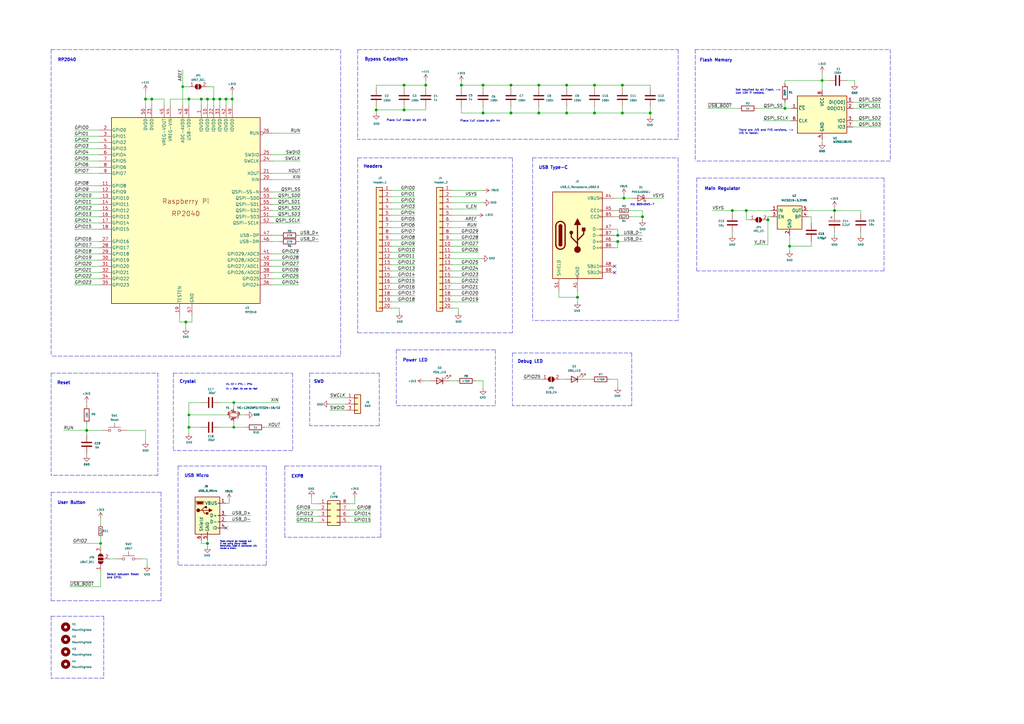
<source format=kicad_sch>
(kicad_sch (version 20211123) (generator eeschema)
  (paper "A3")
  (title_block (title "Mitayi Pico - Schematic") (date "2022-09-23") (rev "0.4") (company "CIRCUITSTATE Electronics LLP") (comment 1 "Designed by Vishnu Mohanan") (comment 2 "Copyright 2021-2022 CIRCUITSTATE Electronics LLP") (comment 3 "Released under MIT Open-source License"))
  (junction (at 220.98 34.925) (diameter 1.016))
  (junction (at 62.23 40.64) (diameter 1.016))
  (junction (at 77.47 175.26) (diameter 1.016))
  (junction (at 220.98 46.355) (diameter 1.016))
  (junction (at 209.55 46.355) (diameter 1.016))
  (junction (at 255.27 46.355) (diameter 1.016))
  (junction (at 243.84 46.355) (diameter 1.016))
  (junction (at 77.47 170.18))
  (junction (at 321.945 44.45) (diameter 1.016))
  (junction (at 76.2 132.08) (diameter 1.016))
  (junction (at 253.365 99.06) (diameter 1.016))
  (junction (at 189.23 34.925) (diameter 1.016))
  (junction (at 243.84 34.925) (diameter 1.016))
  (junction (at 95.25 40.64) (diameter 1.016))
  (junction (at 154.305 45.085) (diameter 1.016))
  (junction (at 198.12 46.355) (diameter 1.016))
  (junction (at 300.355 86.36) (diameter 1.016))
  (junction (at 232.41 34.925) (diameter 1.016))
  (junction (at 85.09 40.64) (diameter 1.016))
  (junction (at 253.365 96.52) (diameter 1.016))
  (junction (at 174.625 34.925) (diameter 1.016))
  (junction (at 165.735 34.925) (diameter 1.016))
  (junction (at 90.17 40.64) (diameter 1.016))
  (junction (at 35.56 176.53) (diameter 1.016))
  (junction (at 198.12 34.925) (diameter 1.016))
  (junction (at 74.93 35.56))
  (junction (at 92.71 40.64) (diameter 1.016))
  (junction (at 59.69 40.64) (diameter 1.016))
  (junction (at 87.63 40.64) (diameter 1.016))
  (junction (at 232.41 46.355) (diameter 1.016))
  (junction (at 255.905 81.28) (diameter 1.016))
  (junction (at 323.85 100.965) (diameter 1.016))
  (junction (at 77.47 40.64) (diameter 1.016))
  (junction (at 85.09 222.885) (diameter 1.016))
  (junction (at 255.27 34.925) (diameter 1.016))
  (junction (at 95.885 175.26))
  (junction (at 342.265 86.36) (diameter 1.016))
  (junction (at 337.185 33.02))
  (junction (at 82.55 40.64) (diameter 1.016))
  (junction (at 41.275 222.885))
  (junction (at 306.07 86.36) (diameter 1.016))
  (junction (at 314.96 90.17) (diameter 1.016))
  (junction (at 236.855 121.92) (diameter 1.016))
  (junction (at 209.55 34.925) (diameter 1.016))
  (junction (at 266.7 46.355) (diameter 1.016))
  (junction (at 165.735 45.085) (diameter 1.016))
  (junction (at 263.525 88.9) (diameter 1.016))
  (junction (at 95.885 165.1))
  (no_connect (at 92.71 216.535))
  (no_connect (at 252.095 109.22))
  (no_connect (at 252.095 111.76))
  (wire (pts (xy 111.76 73.66) (xy 123.19 73.66)))
  (wire (pts (xy 232.41 36.195) (xy 232.41 34.925)))
  (wire (pts (xy 30.48 83.82) (xy 40.64 83.82)))
  (wire (pts (xy 174.625 43.815) (xy 174.625 45.085)))
  (wire (pts (xy 174.625 45.085) (xy 165.735 45.085)))
  (wire (pts (xy 30.48 53.34) (xy 40.64 53.34)))
  (wire (pts (xy 160.655 88.265) (xy 170.18 88.265)))
  (wire (pts (xy 111.76 86.36) (xy 123.19 86.36)))
  (polyline (pts (xy 42.545 252.73) (xy 42.545 278.13)))
  (wire (pts (xy 160.655 113.665) (xy 170.18 113.665)))
  (wire (pts (xy 220.98 34.925) (xy 232.41 34.925)))
  (wire (pts (xy 196.215 123.825) (xy 185.42 123.825)))
  (wire (pts (xy 74.93 28.575) (xy 74.93 35.56)))
  (wire (pts (xy 185.42 85.725) (xy 195.58 85.725)))
  (polyline (pts (xy 20.955 201.93) (xy 20.955 246.38)))
  (wire (pts (xy 74.93 35.56) (xy 77.47 35.56)))
  (wire (pts (xy 255.27 46.355) (xy 266.7 46.355)))
  (polyline (pts (xy 278.13 64.77) (xy 278.13 131.445)))
  (wire (pts (xy 111.76 63.5) (xy 123.19 63.5)))
  (wire (pts (xy 160.655 80.645) (xy 170.18 80.645)))
  (wire (pts (xy 173.99 156.21) (xy 176.53 156.21)))
  (wire (pts (xy 337.185 29.845) (xy 337.185 33.02)))
  (polyline (pts (xy 365.125 20.32) (xy 365.125 66.04)))
  (wire (pts (xy 160.655 85.725) (xy 170.18 85.725)))
  (polyline (pts (xy 120.015 184.785) (xy 71.12 184.785)))
  (wire (pts (xy 185.42 83.185) (xy 198.12 83.185)))
  (wire (pts (xy 165.735 36.195) (xy 165.735 34.925)))
  (wire (pts (xy 59.69 37.465) (xy 59.69 40.64)))
  (wire (pts (xy 59.69 40.64) (xy 59.69 43.18)))
  (wire (pts (xy 82.55 175.26) (xy 77.47 175.26)))
  (wire (pts (xy 310.515 44.45) (xy 321.945 44.45)))
  (polyline (pts (xy 20.955 153.035) (xy 20.955 194.945)))
  (polyline (pts (xy 365.125 66.04) (xy 285.115 66.04)))
  (wire (pts (xy 30.48 111.76) (xy 40.64 111.76)))
  (wire (pts (xy 111.76 116.84) (xy 122.555 116.84)))
  (wire (pts (xy 111.76 111.76) (xy 122.555 111.76)))
  (polyline (pts (xy 155.575 174.625) (xy 127 174.625)))
  (wire (pts (xy 232.41 34.925) (xy 243.84 34.925)))
  (wire (pts (xy 26.035 176.53) (xy 35.56 176.53)))
  (wire (pts (xy 35.56 176.53) (xy 41.91 176.53)))
  (wire (pts (xy 198.12 34.925) (xy 209.55 34.925)))
  (wire (pts (xy 77.47 175.26) (xy 77.47 177.8)))
  (polyline (pts (xy 73.025 191.135) (xy 73.025 231.775)))
  (polyline (pts (xy 66.04 246.38) (xy 20.955 246.38)))
  (polyline (pts (xy 120.015 153.035) (xy 120.015 184.785)))
  (wire (pts (xy 76.2 132.08) (xy 78.74 132.08)))
  (wire (pts (xy 78.74 132.08) (xy 78.74 129.54)))
  (wire (pts (xy 184.15 156.21) (xy 187.325 156.21)))
  (wire (pts (xy 30.48 58.42) (xy 40.64 58.42)))
  (polyline (pts (xy 156.21 220.345) (xy 116.84 220.345)))
  (wire (pts (xy 198.12 156.21) (xy 198.12 159.385)))
  (wire (pts (xy 194.945 156.21) (xy 198.12 156.21)))
  (wire (pts (xy 160.655 100.965) (xy 170.18 100.965)))
  (wire (pts (xy 85.09 221.615) (xy 85.09 222.885)))
  (wire (pts (xy 85.09 222.885) (xy 85.09 224.155)))
  (wire (pts (xy 77.47 40.64) (xy 82.55 40.64)))
  (wire (pts (xy 255.27 46.355) (xy 243.84 46.355)))
  (wire (pts (xy 95.25 38.1) (xy 95.25 40.64)))
  (wire (pts (xy 69.85 40.64) (xy 77.47 40.64)))
  (polyline (pts (xy 285.115 20.32) (xy 365.125 20.32)))
  (polyline (pts (xy 278.13 20.32) (xy 278.13 57.15)))
  (wire (pts (xy 220.98 46.355) (xy 209.55 46.355)))
  (polyline (pts (xy 210.185 144.78) (xy 259.08 144.78)))
  (wire (pts (xy 255.905 81.28) (xy 259.08 81.28)))
  (polyline (pts (xy 20.955 20.32) (xy 20.955 146.05)))
  (wire (pts (xy 252.095 88.9) (xy 253.365 88.9)))
  (wire (pts (xy 35.56 173.99) (xy 35.56 176.53)))
  (polyline (pts (xy 162.56 143.51) (xy 162.56 166.37)))
  (wire (pts (xy 95.885 165.1) (xy 114.3 165.1)))
  (wire (pts (xy 30.48 76.2) (xy 40.64 76.2)))
  (wire (pts (xy 30.48 86.36) (xy 40.64 86.36)))
  (wire (pts (xy 306.07 86.36) (xy 316.23 86.36)))
  (wire (pts (xy 189.23 43.815) (xy 189.23 46.355)))
  (wire (pts (xy 189.23 46.355) (xy 198.12 46.355)))
  (wire (pts (xy 255.27 43.815) (xy 255.27 46.355)))
  (wire (pts (xy 108.585 175.26) (xy 114.935 175.26)))
  (wire (pts (xy 337.185 33.02) (xy 339.725 33.02)))
  (wire (pts (xy 85.09 35.56) (xy 87.63 35.56)))
  (wire (pts (xy 30.48 93.98) (xy 40.64 93.98)))
  (wire (pts (xy 332.74 99.06) (xy 332.74 100.965)))
  (wire (pts (xy 243.84 36.195) (xy 243.84 34.925)))
  (wire (pts (xy 313.055 49.53) (xy 324.485 49.53)))
  (wire (pts (xy 30.48 78.74) (xy 40.64 78.74)))
  (wire (pts (xy 165.735 45.085) (xy 165.735 43.815)))
  (wire (pts (xy 29.845 222.885) (xy 41.275 222.885)))
  (wire (pts (xy 321.945 34.29) (xy 321.945 33.02)))
  (wire (pts (xy 111.76 78.74) (xy 123.19 78.74)))
  (wire (pts (xy 77.47 170.18) (xy 93.345 170.18)))
  (wire (pts (xy 236.855 119.38) (xy 236.855 121.92)))
  (wire (pts (xy 236.855 121.92) (xy 236.855 123.825)))
  (polyline (pts (xy 20.955 201.93) (xy 66.04 201.93)))
  (wire (pts (xy 306.07 86.36) (xy 306.07 90.17)))
  (wire (pts (xy 229.235 119.38) (xy 229.235 121.92)))
  (wire (pts (xy 229.235 121.92) (xy 236.855 121.92)))
  (wire (pts (xy 52.07 176.53) (xy 59.69 176.53)))
  (wire (pts (xy 258.445 86.36) (xy 263.525 86.36)))
  (wire (pts (xy 263.525 86.36) (xy 263.525 88.9)))
  (wire (pts (xy 353.06 95.25) (xy 353.06 96.52)))
  (wire (pts (xy 160.655 98.425) (xy 170.18 98.425)))
  (wire (pts (xy 122.555 96.52) (xy 130.81 96.52)))
  (wire (pts (xy 300.355 95.25) (xy 300.355 96.52)))
  (polyline (pts (xy 42.545 278.13) (xy 20.955 278.13)))
  (wire (pts (xy 185.42 90.805) (xy 195.58 90.805)))
  (wire (pts (xy 185.42 98.425) (xy 196.215 98.425)))
  (wire (pts (xy 292.1 86.36) (xy 300.355 86.36)))
  (wire (pts (xy 30.48 63.5) (xy 40.64 63.5)))
  (wire (pts (xy 332.74 91.44) (xy 332.74 88.9)))
  (polyline (pts (xy 73.025 191.135) (xy 109.22 191.135)))
  (wire (pts (xy 30.48 81.28) (xy 40.64 81.28)))
  (wire (pts (xy 185.42 103.505) (xy 196.215 103.505)))
  (polyline (pts (xy 362.585 111.125) (xy 285.75 111.125)))
  (wire (pts (xy 121.412 214.249) (xy 130.556 214.249)))
  (wire (pts (xy 111.76 104.14) (xy 122.555 104.14)))
  (wire (pts (xy 111.76 66.04) (xy 123.19 66.04)))
  (wire (pts (xy 95.885 175.26) (xy 100.965 175.26)))
  (wire (pts (xy 196.215 118.745) (xy 185.42 118.745)))
  (wire (pts (xy 342.265 86.36) (xy 353.06 86.36)))
  (wire (pts (xy 353.06 87.63) (xy 353.06 86.36)))
  (wire (pts (xy 60.325 229.235) (xy 57.785 229.235)))
  (wire (pts (xy 160.655 106.045) (xy 170.18 106.045)))
  (wire (pts (xy 300.355 87.63) (xy 300.355 86.36)))
  (wire (pts (xy 229.87 155.575) (xy 231.775 155.575)))
  (polyline (pts (xy 139.7 146.05) (xy 20.955 146.05)))
  (wire (pts (xy 30.48 101.6) (xy 40.64 101.6)))
  (wire (pts (xy 314.96 88.9) (xy 316.23 88.9)))
  (wire (pts (xy 30.48 106.68) (xy 40.64 106.68)))
  (wire (pts (xy 30.48 114.3) (xy 40.64 114.3)))
  (wire (pts (xy 121.412 211.709) (xy 130.556 211.709)))
  (wire (pts (xy 243.84 46.355) (xy 232.41 46.355)))
  (wire (pts (xy 321.945 44.45) (xy 324.485 44.45)))
  (wire (pts (xy 160.655 78.105) (xy 170.18 78.105)))
  (wire (pts (xy 45.085 229.235) (xy 47.625 229.235)))
  (wire (pts (xy 174.625 34.925) (xy 174.625 36.195)))
  (wire (pts (xy 250.19 155.575) (xy 253.365 155.575)))
  (wire (pts (xy 253.365 155.575) (xy 253.365 158.75)))
  (wire (pts (xy 243.84 34.925) (xy 255.27 34.925)))
  (wire (pts (xy 143.256 214.249) (xy 152.146 214.249)))
  (wire (pts (xy 87.63 35.56) (xy 87.63 40.64)))
  (wire (pts (xy 145.542 206.629) (xy 143.256 206.629)))
  (wire (pts (xy 185.42 93.345) (xy 195.58 93.345)))
  (polyline (pts (xy 71.12 153.035) (xy 120.015 153.035)))
  (wire (pts (xy 30.48 55.88) (xy 40.64 55.88)))
  (wire (pts (xy 209.55 34.925) (xy 220.98 34.925)))
  (wire (pts (xy 95.885 172.72) (xy 95.885 175.26)))
  (wire (pts (xy 111.76 83.82) (xy 123.19 83.82)))
  (wire (pts (xy 255.27 36.195) (xy 255.27 34.925)))
  (wire (pts (xy 342.265 86.36) (xy 342.265 87.63)))
  (wire (pts (xy 174.625 33.02) (xy 174.625 34.925)))
  (wire (pts (xy 214.63 155.575) (xy 222.25 155.575)))
  (wire (pts (xy 111.76 88.9) (xy 123.19 88.9)))
  (polyline (pts (xy 210.185 136.525) (xy 146.685 136.525)))
  (wire (pts (xy 198.12 36.195) (xy 198.12 34.925)))
  (polyline (pts (xy 20.955 153.035) (xy 64.77 153.035)))
  (wire (pts (xy 220.98 43.815) (xy 220.98 46.355)))
  (wire (pts (xy 189.23 34.925) (xy 189.23 36.195)))
  (wire (pts (xy 111.76 114.3) (xy 122.555 114.3)))
  (wire (pts (xy 59.69 176.53) (xy 59.69 180.975)))
  (wire (pts (xy 111.76 99.06) (xy 114.935 99.06)))
  (wire (pts (xy 122.555 99.06) (xy 130.81 99.06)))
  (wire (pts (xy 30.48 88.9) (xy 40.64 88.9)))
  (polyline (pts (xy 218.44 64.77) (xy 218.44 131.445)))
  (polyline (pts (xy 146.685 20.32) (xy 146.685 57.15)))
  (wire (pts (xy 185.42 108.585) (xy 196.215 108.585)))
  (wire (pts (xy 82.55 221.615) (xy 82.55 222.885)))
  (wire (pts (xy 82.55 222.885) (xy 85.09 222.885)))
  (wire (pts (xy 220.98 36.195) (xy 220.98 34.925)))
  (polyline (pts (xy 162.56 143.51) (xy 203.2 143.51)))
  (wire (pts (xy 41.275 220.345) (xy 41.275 222.885)))
  (polyline (pts (xy 146.685 64.77) (xy 146.685 136.525)))
  (wire (pts (xy 266.7 81.28) (xy 272.415 81.28)))
  (wire (pts (xy 314.96 88.9) (xy 314.96 90.17)))
  (wire (pts (xy 135.255 165.735) (xy 141.605 165.735)))
  (polyline (pts (xy 156.21 191.135) (xy 156.21 220.345)))
  (wire (pts (xy 160.655 126.365) (xy 163.83 126.365)))
  (wire (pts (xy 163.83 126.365) (xy 163.83 128.27)))
  (wire (pts (xy 258.445 88.9) (xy 263.525 88.9)))
  (wire (pts (xy 263.525 88.9) (xy 263.525 90.17)))
  (wire (pts (xy 185.42 88.265) (xy 195.58 88.265)))
  (wire (pts (xy 196.215 121.285) (xy 185.42 121.285)))
  (wire (pts (xy 185.42 126.365) (xy 187.96 126.365)))
  (wire (pts (xy 187.96 126.365) (xy 187.96 128.27)))
  (polyline (pts (xy 20.955 252.73) (xy 42.545 252.73)))
  (wire (pts (xy 165.735 34.925) (xy 174.625 34.925)))
  (wire (pts (xy 141.605 163.195) (xy 135.255 163.195)))
  (wire (pts (xy 209.55 36.195) (xy 209.55 34.925)))
  (wire (pts (xy 196.215 116.205) (xy 185.42 116.205)))
  (wire (pts (xy 332.74 100.965) (xy 323.85 100.965)))
  (wire (pts (xy 35.56 186.055) (xy 35.56 186.69)))
  (wire (pts (xy 69.85 43.18) (xy 69.85 40.64)))
  (wire (pts (xy 121.412 209.169) (xy 130.556 209.169)))
  (wire (pts (xy 154.305 45.085) (xy 154.305 46.355)))
  (wire (pts (xy 28.575 240.665) (xy 41.275 240.665)))
  (wire (pts (xy 331.47 86.36) (xy 342.265 86.36)))
  (wire (pts (xy 154.305 34.925) (xy 165.735 34.925)))
  (polyline (pts (xy 285.75 73.025) (xy 362.585 73.025)))
  (wire (pts (xy 111.76 96.52) (xy 114.935 96.52)))
  (wire (pts (xy 349.885 41.91) (xy 361.315 41.91)))
  (wire (pts (xy 127.762 206.629) (xy 130.556 206.629)))
  (wire (pts (xy 160.655 90.805) (xy 170.18 90.805)))
  (wire (pts (xy 141.605 168.275) (xy 135.255 168.275)))
  (wire (pts (xy 77.47 165.1) (xy 77.47 170.18)))
  (wire (pts (xy 73.66 132.08) (xy 73.66 129.54)))
  (wire (pts (xy 76.2 132.08) (xy 73.66 132.08)))
  (wire (pts (xy 76.2 134.62) (xy 76.2 132.08)))
  (wire (pts (xy 30.48 116.84) (xy 40.64 116.84)))
  (wire (pts (xy 342.265 85.09) (xy 342.265 86.36)))
  (polyline (pts (xy 285.75 73.025) (xy 285.75 111.125)))
  (wire (pts (xy 90.17 175.26) (xy 95.885 175.26)))
  (wire (pts (xy 255.27 34.925) (xy 266.7 34.925)))
  (polyline (pts (xy 278.13 131.445) (xy 218.44 131.445)))
  (polyline (pts (xy 203.2 166.37) (xy 162.56 166.37)))
  (wire (pts (xy 209.55 43.815) (xy 209.55 46.355)))
  (wire (pts (xy 111.76 54.61) (xy 123.19 54.61)))
  (polyline (pts (xy 71.12 153.035) (xy 71.12 184.785)))
  (wire (pts (xy 185.42 106.045) (xy 197.485 106.045)))
  (wire (pts (xy 209.55 46.355) (xy 198.12 46.355)))
  (wire (pts (xy 266.7 46.355) (xy 266.7 47.625)))
  (polyline (pts (xy 127 153.035) (xy 155.575 153.035)))
  (wire (pts (xy 349.885 44.45) (xy 361.315 44.45)))
  (wire (pts (xy 111.76 106.68) (xy 122.555 106.68)))
  (wire (pts (xy 332.74 88.9) (xy 331.47 88.9)))
  (wire (pts (xy 35.56 176.53) (xy 35.56 178.435)))
  (wire (pts (xy 302.895 44.45) (xy 290.195 44.45)))
  (wire (pts (xy 30.48 104.14) (xy 40.64 104.14)))
  (wire (pts (xy 30.48 68.58) (xy 40.64 68.58)))
  (wire (pts (xy 252.095 81.28) (xy 255.905 81.28)))
  (wire (pts (xy 255.905 81.28) (xy 255.905 80.01)))
  (wire (pts (xy 252.095 93.98) (xy 253.365 93.98)))
  (wire (pts (xy 253.365 93.98) (xy 253.365 96.52)))
  (wire (pts (xy 143.256 211.709) (xy 152.146 211.709)))
  (polyline (pts (xy 20.955 252.73) (xy 20.955 278.13)))
  (wire (pts (xy 185.42 80.645) (xy 195.58 80.645)))
  (wire (pts (xy 60.325 231.775) (xy 60.325 229.235)))
  (polyline (pts (xy 64.77 153.035) (xy 64.77 194.945)))
  (wire (pts (xy 185.42 78.105) (xy 198.12 78.105)))
  (wire (pts (xy 342.265 95.25) (xy 342.265 96.52)))
  (wire (pts (xy 196.215 113.665) (xy 185.42 113.665)))
  (wire (pts (xy 232.41 43.815) (xy 232.41 46.355)))
  (polyline (pts (xy 146.685 64.77) (xy 210.185 64.77)))
  (wire (pts (xy 337.185 33.02) (xy 337.185 36.83)))
  (wire (pts (xy 143.256 209.169) (xy 152.146 209.169)))
  (wire (pts (xy 92.71 40.64) (xy 92.71 43.18)))
  (wire (pts (xy 127.762 203.835) (xy 127.762 206.629)))
  (polyline (pts (xy 210.185 64.77) (xy 210.185 136.525)))
  (wire (pts (xy 111.76 91.44) (xy 123.19 91.44)))
  (wire (pts (xy 154.305 45.085) (xy 165.735 45.085)))
  (wire (pts (xy 92.71 40.64) (xy 95.25 40.64)))
  (wire (pts (xy 95.25 43.18) (xy 95.25 40.64)))
  (polyline (pts (xy 155.575 153.035) (xy 155.575 174.625)))
  (wire (pts (xy 145.542 204.089) (xy 145.542 206.629)))
  (wire (pts (xy 323.85 100.965) (xy 323.85 102.87)))
  (polyline (pts (xy 362.585 73.025) (xy 362.585 111.125)))
  (wire (pts (xy 160.655 95.885) (xy 170.18 95.885)))
  (wire (pts (xy 95.885 165.1) (xy 95.885 167.64)))
  (wire (pts (xy 252.095 99.06) (xy 253.365 99.06)))
  (wire (pts (xy 253.365 99.06) (xy 263.525 99.06)))
  (wire (pts (xy 160.655 111.125) (xy 170.18 111.125)))
  (wire (pts (xy 252.095 86.36) (xy 253.365 86.36)))
  (wire (pts (xy 74.93 35.56) (xy 74.93 43.18)))
  (polyline (pts (xy 278.13 57.15) (xy 146.685 57.15)))
  (wire (pts (xy 160.655 116.205) (xy 170.18 116.205)))
  (wire (pts (xy 347.345 33.02) (xy 350.52 33.02)))
  (wire (pts (xy 350.52 33.02) (xy 350.52 34.29)))
  (polyline (pts (xy 66.04 201.93) (xy 66.04 246.38)))
  (wire (pts (xy 41.275 222.885) (xy 41.275 224.155)))
  (wire (pts (xy 41.275 212.725) (xy 41.275 215.265)))
  (wire (pts (xy 154.305 43.815) (xy 154.305 45.085)))
  (wire (pts (xy 306.07 90.17) (xy 307.34 90.17)))
  (polyline (pts (xy 127 153.035) (xy 127 174.625)))
  (wire (pts (xy 160.655 121.285) (xy 170.18 121.285)))
  (wire (pts (xy 185.42 100.965) (xy 196.215 100.965)))
  (wire (pts (xy 198.12 43.815) (xy 198.12 46.355)))
  (wire (pts (xy 266.7 43.815) (xy 266.7 46.355)))
  (wire (pts (xy 239.395 155.575) (xy 242.57 155.575)))
  (polyline (pts (xy 20.955 20.32) (xy 139.7 20.32)))
  (wire (pts (xy 77.47 43.18) (xy 77.47 40.64)))
  (polyline (pts (xy 139.7 20.32) (xy 139.7 146.05)))
  (wire (pts (xy 309.245 100.33) (xy 314.96 100.33)))
  (wire (pts (xy 314.96 100.33) (xy 314.96 90.17)))
  (wire (pts (xy 98.425 170.18) (xy 100.965 170.18)))
  (wire (pts (xy 189.23 33.655) (xy 189.23 34.925)))
  (polyline (pts (xy 116.84 191.135) (xy 116.84 220.345)))
  (wire (pts (xy 30.48 60.96) (xy 40.64 60.96)))
  (polyline (pts (xy 218.44 64.77) (xy 278.13 64.77)))
  (wire (pts (xy 30.48 99.06) (xy 40.64 99.06)))
  (polyline (pts (xy 203.2 143.51) (xy 203.2 166.37)))
  (wire (pts (xy 323.85 96.52) (xy 323.85 100.965)))
  (wire (pts (xy 349.885 52.07) (xy 361.315 52.07)))
  (wire (pts (xy 189.23 34.925) (xy 198.12 34.925)))
  (polyline (pts (xy 116.84 191.135) (xy 156.21 191.135)))
  (polyline (pts (xy 109.22 231.775) (xy 73.025 231.775)))
  (wire (pts (xy 90.17 43.18) (xy 90.17 40.64)))
  (wire (pts (xy 111.76 109.22) (xy 122.555 109.22)))
  (wire (pts (xy 160.655 118.745) (xy 170.18 118.745)))
  (wire (pts (xy 82.55 165.1) (xy 77.47 165.1)))
  (wire (pts (xy 59.69 40.64) (xy 62.23 40.64)))
  (wire (pts (xy 62.23 43.18) (xy 62.23 40.64)))
  (wire (pts (xy 160.655 123.825) (xy 170.18 123.825)))
  (wire (pts (xy 160.655 108.585) (xy 170.18 108.585)))
  (wire (pts (xy 85.09 40.64) (xy 87.63 40.64)))
  (wire (pts (xy 87.63 40.64) (xy 90.17 40.64)))
  (wire (pts (xy 87.63 43.18) (xy 87.63 40.64)))
  (wire (pts (xy 90.17 40.64) (xy 92.71 40.64)))
  (polyline (pts (xy 259.08 144.78) (xy 259.08 166.37)))
  (wire (pts (xy 41.275 240.665) (xy 41.275 234.315)))
  (wire (pts (xy 252.095 101.6) (xy 253.365 101.6)))
  (wire (pts (xy 253.365 101.6) (xy 253.365 99.06)))
  (wire (pts (xy 92.71 211.455) (xy 102.87 211.455)))
  (wire (pts (xy 160.655 103.505) (xy 170.18 103.505)))
  (polyline (pts (xy 64.77 194.945) (xy 20.955 194.945)))
  (wire (pts (xy 321.945 41.91) (xy 321.945 44.45)))
  (wire (pts (xy 252.095 96.52) (xy 253.365 96.52)))
  (wire (pts (xy 253.365 96.52) (xy 263.525 96.52)))
  (wire (pts (xy 67.31 40.64) (xy 62.23 40.64)))
  (wire (pts (xy 67.31 43.18) (xy 67.31 40.64)))
  (wire (pts (xy 90.17 165.1) (xy 95.885 165.1)))
  (wire (pts (xy 30.48 66.04) (xy 40.64 66.04)))
  (wire (pts (xy 321.945 33.02) (xy 337.185 33.02)))
  (wire (pts (xy 77.47 170.18) (xy 77.47 175.26)))
  (wire (pts (xy 111.76 81.28) (xy 123.19 81.28)))
  (polyline (pts (xy 259.08 166.37) (xy 210.185 166.37)))
  (wire (pts (xy 349.885 49.53) (xy 361.315 49.53)))
  (wire (pts (xy 300.355 86.36) (xy 306.07 86.36)))
  (wire (pts (xy 160.655 93.345) (xy 170.18 93.345)))
  (polyline (pts (xy 146.685 20.32) (xy 278.13 20.32)))
  (wire (pts (xy 82.55 40.64) (xy 85.09 40.64)))
  (wire (pts (xy 85.09 43.18) (xy 85.09 40.64)))
  (wire (pts (xy 232.41 46.355) (xy 220.98 46.355)))
  (wire (pts (xy 35.56 165.1) (xy 35.56 166.37)))
  (wire (pts (xy 154.305 36.195) (xy 154.305 34.925)))
  (wire (pts (xy 243.84 43.815) (xy 243.84 46.355)))
  (wire (pts (xy 266.7 36.195) (xy 266.7 34.925)))
  (wire (pts (xy 92.71 213.995) (xy 102.87 213.995)))
  (polyline (pts (xy 210.185 144.78) (xy 210.185 166.37)))
  (wire (pts (xy 185.42 111.125) (xy 196.215 111.125)))
  (wire (pts (xy 111.76 71.12) (xy 123.19 71.12)))
  (wire (pts (xy 30.48 71.12) (xy 40.64 71.12)))
  (polyline (pts (xy 285.115 20.32) (xy 285.115 66.04)))
  (polyline (pts (xy 109.22 191.135) (xy 109.22 231.775)))
  (wire (pts (xy 337.185 57.15) (xy 337.185 58.42)))
  (wire (pts (xy 92.71 206.375) (xy 93.98 206.375)))
  (wire (pts (xy 93.98 206.375) (xy 93.98 205.105)))
  (wire (pts (xy 82.55 43.18) (xy 82.55 40.64)))
  (wire (pts (xy 30.48 109.22) (xy 40.64 109.22)))
  (wire (pts (xy 185.42 95.885) (xy 196.215 95.885)))
  (wire (pts (xy 30.48 91.44) (xy 40.64 91.44)))
  (wire (pts (xy 160.655 83.185) (xy 170.18 83.185)))
  (text "USB Type-C" (at 220.853 69.596 0) (effects (font (size 1.27 1.27) (thickness 0.254) bold) (justify left bottom)))
  (text "Main Regulator" (at 288.925 78.232 0) (effects (font (size 1.27 1.27) (thickness 0.254) bold) (justify left bottom)))
  (text "Headers" (at 148.971 69.088 0) (effects (font (size 1.27 1.27) (thickness 0.254) bold) (justify left bottom)))
  (text "RP2040" (at 23.622 25.4 0) (effects (font (size 1.27 1.27) (thickness 0.254) bold) (justify left bottom)))
  (text "Alt: B0540WS-7" (at 258.445 84.455 0) (effects (font (size 0.8 0.8)) (justify left bottom)))
  (text "Bypass Capacitors" (at 149.479 25.146 0) (effects (font (size 1.27 1.27) (thickness 0.254) bold) (justify left bottom)))
  (text "Place 1uF close to pin 45" (at 158.496 49.911 0) (effects (font (size 0.8 0.8)) (justify left bottom)))
  (text "Debug LED" (at 212.217 149.098 0) (effects (font (size 1.27 1.27) (thickness 0.254) bold) (justify left bottom)))
  (text "There are JVS and FVS versions. ->\nJVS is faster." (at 302.895 55.245 0) (effects (font (size 0.8 0.8)) (justify left bottom)))
  (text "EXP8" (at 119.38 196.215 0) (effects (font (size 1.27 1.27) (thickness 0.254) bold) (justify left bottom)))
  (text "Crystal" (at 73.533 157.353 0) (effects (font (size 1.27 1.27) (thickness 0.254) bold) (justify left bottom)))
  (text "Pads should be masked out\nif not using Micro-USB.\nOtherwise, USB-C connector will\ncause a short." (at 90.17 225.425 0) (effects (font (size 0.6 0.6)) (justify left bottom)))
  (text "Power LED" (at 165.1 148.59 0) (effects (font (size 1.27 1.27) (thickness 0.254) bold) (justify left bottom)))
  (text "Not required by all Flash. ->\nUse 10K if needed." (at 301.625 38.735 0) (effects (font (size 0.8 0.8)) (justify left bottom)))
  (text "C1, C2 = 2*CL - 2*Cs\n\nCL = 20pF, Cs can be ~5pF" (at 92.71 160.02 0) (effects (font (size 0.6 0.6)) (justify left bottom)))
  (text "SWD" (at 128.651 157.353 0) (effects (font (size 1.27 1.27) (thickness 0.254) bold) (justify left bottom)))
  (text "Reset" (at 23.368 157.861 0) (effects (font (size 1.27 1.27) (thickness 0.254) bold) (justify left bottom)))
  (text "Place 1uF close to pin 44" (at 188.722 50.165 0) (effects (font (size 0.8 0.8)) (justify left bottom)))
  (text "Select between Reset\nand GPIO." (at 43.815 237.49 0) (effects (font (size 0.8 0.8)) (justify left bottom)))
  (text "Flash Memory" (at 286.893 25.527 0) (effects (font (size 1.27 1.27) (thickness 0.254) bold) (justify left bottom)))
  (text "USB Micro" (at 75.565 195.961 0) (effects (font (size 1.27 1.27) (thickness 0.254) bold) (justify left bottom)))
  (text "User Button" (at 23.495 207.01 0) (effects (font (size 1.27 1.27) (thickness 0.254) bold) (justify left bottom)))
  (label "QSPI_SS" (at 313.055 44.45 0) (effects (font italic)))
  (label "GPIO29" (at 196.215 95.885 180) (effects (font italic)))
  (label "QSPI_SD3" (at 123.19 88.9 180) (effects (font italic)))
  (label "GPIO9" (at 30.48 78.74 0) (effects (font italic)))
  (label "GPIO24" (at 196.215 111.125 180) (effects (font italic)))
  (label "GPIO6" (at 30.48 68.58 0) (effects (font italic)))
  (label "VSYS" (at 272.415 81.28 180) (effects (font italic)))
  (label "GPIO27" (at 196.215 100.965 180) (effects (font italic)))
  (label "QSPI_SD1" (at 123.19 83.82 180) (effects (font italic)))
  (label "GPIO21" (at 196.215 118.745 180) (effects (font italic)))
  (label "GPIO20" (at 196.215 121.285 180) (effects (font italic)))
  (label "RUN" (at 123.19 54.61 180) (effects (font italic)))
  (label "GPIO8" (at 170.18 98.425 180) (effects (font italic)))
  (label "GPIO25" (at 214.63 155.575 0) (effects (font italic)))
  (label "GPIO4" (at 30.48 63.5 0) (effects (font italic)))
  (label "GPIO12" (at 170.18 108.585 180) (effects (font italic)))
  (label "VSYS" (at 292.1 86.36 0) (effects (font italic)))
  (label "GPIO13" (at 170.18 111.125 180) (effects (font italic)))
  (label "XOUT" (at 123.19 71.12 180) (effects (font italic)))
  (label "GPIO11" (at 30.48 83.82 0) (effects (font italic)))
  (label "USB_D-" (at 263.525 96.52 180) (effects (font italic)))
  (label "GPIO2" (at 29.845 222.885 0) (effects (font italic)))
  (label "GPIO12" (at 121.412 211.709 0) (effects (font italic)))
  (label "GPIO23" (at 30.48 116.84 0) (effects (font italic)))
  (label "GPIO9" (at 170.18 100.965 180) (effects (font italic)))
  (label "GPIO7" (at 30.48 71.12 0) (effects (font italic)))
  (label "USB_D+" (at 130.81 96.52 180) (effects (font italic)))
  (label "GPIO22" (at 196.215 116.205 180) (effects (font italic)))
  (label "QSPI_SCLK" (at 123.19 91.44 180) (effects (font italic)))
  (label "USB_D+" (at 263.525 99.06 180) (effects (font italic)))
  (label "GPIO17" (at 170.18 121.285 180) (effects (font italic)))
  (label "GPIO19" (at 196.215 123.825 180) (effects (font italic)))
  (label "XOUT" (at 114.935 175.26 180) (effects (font italic)))
  (label "QSPI_SD2" (at 361.315 49.53 180) (effects (font italic)))
  (label "GPIO15" (at 30.48 93.98 0) (effects (font italic)))
  (label "GPIO15" (at 152.146 214.249 180) (effects (font italic)))
  (label "RUN" (at 195.58 93.345 180) (effects (font italic)))
  (label "GPIO0" (at 170.18 78.105 180) (effects (font italic)))
  (label "QSPI_SD0" (at 123.19 81.28 180) (effects (font italic)))
  (label "QSPI_SD1" (at 361.315 44.45 180) (effects (font italic)))
  (label "AREF" (at 195.58 90.805 180) (effects (font italic)))
  (label "GPIO2" (at 30.48 58.42 0) (effects (font italic)))
  (label "GPIO6" (at 170.18 93.345 180) (effects (font italic)))
  (label "RUN" (at 26.035 176.53 0) (effects (font italic)))
  (label "GPIO10" (at 30.48 81.28 0) (effects (font italic)))
  (label "V_EN" (at 195.58 85.725 180) (effects (font italic)))
  (label "GPIO4" (at 170.18 88.265 180) (effects (font italic)))
  (label "GPIO27" (at 122.555 109.22 180) (effects (font italic)))
  (label "GPIO16" (at 170.18 118.745 180) (effects (font italic)))
  (label "GPIO8" (at 152.146 209.169 180) (effects (font italic)))
  (label "GPIO28" (at 122.555 106.68 180) (effects (font italic)))
  (label "GPIO16" (at 30.48 99.06 0) (effects (font italic)))
  (label "GPIO2" (at 170.18 83.185 180) (effects (font italic)))
  (label "VSYS" (at 195.58 80.645 180) (effects (font italic)))
  (label "GPIO20" (at 30.48 109.22 0) (effects (font italic)))
  (label "GPIO1" (at 170.18 80.645 180) (effects (font italic)))
  (label "GPIO7" (at 170.18 95.885 180) (effects (font italic)))
  (label "GPIO5" (at 170.18 90.805 180) (effects (font italic)))
  (label "GPIO3" (at 170.18 85.725 180) (effects (font italic)))
  (label "GPIO8" (at 30.48 76.2 0) (effects (font italic)))
  (label "GPIO26" (at 196.215 103.505 180) (effects (font italic)))
  (label "GPIO14" (at 30.48 91.44 0) (effects (font italic)))
  (label "GPIO19" (at 30.48 106.68 0) (effects (font italic)))
  (label "GPIO22" (at 30.48 114.3 0) (effects (font italic)))
  (label "XIN" (at 123.19 73.66 180) (effects (font italic)))
  (label "GPIO23" (at 196.215 113.665 180) (effects (font italic)))
  (label "GPIO12" (at 30.48 86.36 0) (effects (font italic)))
  (label "QSPI_SD3" (at 361.315 52.07 180) (effects (font italic)))
  (label "QSPI_SD2" (at 123.19 86.36 180) (effects (font italic)))
  (label "~{USB_BOOT}" (at 28.575 240.665 0) (effects (font italic)))
  (label "GPIO15" (at 170.18 116.205 180) (effects (font italic)))
  (label "GPIO25" (at 122.555 114.3 180) (effects (font italic)))
  (label "AREF" (at 74.93 28.575 270) (effects (font italic)))
  (label "GPIO13" (at 121.412 214.249 0) (effects (font italic)))
  (label "USB_D+" (at 102.87 211.455 180) (effects (font italic)))
  (label "GPIO9" (at 121.412 209.169 0) (effects (font italic)))
  (label "GPIO24" (at 122.555 116.84 180) (effects (font italic)))
  (label "SWDIO" (at 123.19 63.5 180) (effects (font italic)))
  (label "XIN" (at 114.3 165.1 180) (effects (font italic)))
  (label "GPIO10" (at 170.18 103.505 180) (effects (font italic)))
  (label "GPIO5" (at 30.48 66.04 0) (effects (font italic)))
  (label "GPIO14" (at 170.18 113.665 180) (effects (font italic)))
  (label "GPIO25" (at 196.215 108.585 180) (effects (font italic)))
  (label "SWCLK" (at 135.255 163.195 0) (effects (font italic)))
  (label "GPIO1" (at 30.48 55.88 0) (effects (font italic)))
  (label "QSPI_SCLK" (at 313.055 49.53 0) (effects (font italic)))
  (label "GPIO11" (at 170.18 106.045 180) (effects (font italic)))
  (label "QSPI_SS" (at 123.19 78.74 180) (effects (font italic)))
  (label "SWDIO" (at 135.255 168.275 0) (effects (font italic)))
  (label "GPIO3" (at 30.48 60.96 0) (effects (font italic)))
  (label "USB_D-" (at 130.81 99.06 180) (effects (font italic)))
  (label "GPIO18" (at 170.18 123.825 180) (effects (font italic)))
  (label "GPIO21" (at 30.48 111.76 0) (effects (font italic)))
  (label "~{USB_BOOT}" (at 290.195 44.45 0) (effects (font italic)))
  (label "GPIO13" (at 30.48 88.9 0) (effects (font italic)))
  (label "GPIO18" (at 30.48 104.14 0) (effects (font italic)))
  (label "USB_D-" (at 102.87 213.995 180) (effects (font italic)))
  (label "V_EN" (at 309.245 100.33 0) (effects (font italic)))
  (label "GPIO26" (at 122.555 111.76 180) (effects (font italic)))
  (label "GPIO0" (at 30.48 53.34 0) (effects (font italic)))
  (label "GPIO14" (at 152.146 211.709 180) (effects (font italic)))
  (label "SWCLK" (at 123.19 66.04 180) (effects (font italic)))
  (label "GPIO17" (at 30.48 101.6 0) (effects (font italic)))
  (label "GPIO28" (at 196.215 98.425 180) (effects (font italic)))
  (label "GPIO29" (at 122.555 104.14 180) (effects (font italic)))
  (label "QSPI_SD0" (at 361.315 41.91 180) (effects (font italic)))
  (symbol (lib_id "power:GND") (at 353.06 96.52 0) (unit 1)
    (property "Reference" "#PWR019" (effects hide))
    (property "Value" "GND" (at 353.06 100.33 0) (effects (font (size 0.8 0.8))))
  )
  (symbol (lib_id "power:GND") (at 266.7 47.625 0) (unit 1)
    (property "Reference" "#PWR08" (effects hide))
    (property "Value" "GND" (at 266.573 51.2572 0) (effects (font (size 0.8 0.8))))
  )
  (symbol (lib_id "power:GND") (at 187.96 128.27 0) (unit 1)
    (property "Reference" "#PWR024" (effects hide))
    (property "Value" "GND" (at 188.087 131.9022 0) (effects (font (size 0.8 0.8))))
  )
  (symbol (lib_id "Connector:USB_C_Receptacle_USB2.0") (at 236.855 96.52 0) (unit 1)
    (property "Reference" "J2" (at 236.728 74.422 0) (effects (font (size 0.8 0.8))))
    (property "Value" "USB_C_Receptacle_USB2.0" (at 237.744 76.708 0) (effects (font (size 0.8 0.8))))
    (property "Footprint" "CIRCUITSTATE_Connector_USB:Korean-Hroparts-Elec_TYPE-C-31-M-12" (effects hide))
    (property "Datasheet" "https://www.usb.org/sites/default/files/documents/usb_type-c.zip" (effects hide))
  )
  (symbol (lib_id "Device:C") (at 86.36 165.1 270) (unit 1)
    (property "Reference" "C17" (at 85.2424 159.639 90) (effects (font (size 0.8 0.8)) (justify left)))
    (property "Value" "30pF" (at 85.471 161.163 90) (effects (font (size 0.8 0.8)) (justify left)))
    (property "Footprint" "Capacitor_SMD:C_0402_1005Metric_Pad0.74x0.62mm_HandSolder" (effects hide))
  )
  (symbol (lib_id "Device:C") (at 174.625 40.005 0) (unit 1)
    (property "Reference" "C4" (at 177.8 39.3446 0) (effects (font (size 0.8 0.8)) (justify left)))
    (property "Value" "1u" (at 177.8 40.894 0) (effects (font (size 0.8 0.8)) (justify left)))
    (property "Footprint" "Capacitor_SMD:C_0402_1005Metric_Pad0.74x0.62mm_HandSolder" (effects hide))
  )
  (symbol (lib_id "power:+3V3") (at 342.265 85.09 0) (unit 1)
    (property "Reference" "#PWR014" (effects hide))
    (property "Value" "+3V3" (at 342.138 81.4578 0) (effects (font (size 0.8 0.8))))
  )
  (symbol (lib_id "power:GND") (at 337.185 58.42 0) (unit 1)
    (property "Reference" "#PWR010" (effects hide))
    (property "Value" "GND" (at 337.185 61.976 0) (effects (font (size 0.8 0.8))))
  )
  (symbol (lib_id "Connector_Generic:Conn_01x20") (at 180.34 100.965 0) (mirror y) (unit 1)
    (property "Reference" "J4" (at 180.594 73.025 0) (effects (font (size 0.8 0.8))))
    (property "Value" "Header_2" (at 180.848 74.803 0) (effects (font (size 0.8 0.8))))
    (property "Footprint" "CIRCUITSTATE-Connector-Pin-Headers:PinHeader_1x20_2H_P2.54mm_Vertical" (effects hide))
  )
  (symbol (lib_id "Diode:MBR1020VL") (at 262.89 81.28 180) (unit 1)
    (property "Reference" "D1" (at 262.89 76.835 0) (effects (font (size 0.8 0.8))))
    (property "Value" "PMEG4005EJ" (at 262.89 78.74 0) (effects (font (size 0.8 0.8))))
    (property "Footprint" "Diode_SMD:D_SOD-323_HandSoldering" (effects hide))
    (property "Datasheet" "https://www.onsemi.com/pub/Collateral/MBR1020VL-D.PDF" (effects hide))
  )
  (symbol (lib_id "power:GND") (at 323.85 102.87 0) (unit 1)
    (property "Reference" "#PWR020" (effects hide))
    (property "Value" "GND" (at 323.85 106.68 0) (effects (font (size 0.8 0.8))))
  )
  (symbol (lib_id "Device:C") (at 35.56 182.245 0) (unit 1)
    (property "Reference" "C19" (at 38.735 181.8386 0) (effects (font (size 0.8 0.8)) (justify left)))
    (property "Value" "1u" (at 38.989 183.388 0) (effects (font (size 0.8 0.8)) (justify left)))
    (property "Footprint" "Capacitor_SMD:C_0402_1005Metric_Pad0.74x0.62mm_HandSolder" (effects hide))
  )
  (symbol (lib_id "Memory_Flash:W25Q128JVS") (at 337.185 46.99 0) (unit 1)
    (property "Reference" "U1" (at 342.519 56.642 0) (effects (font (size 0.8 0.8))))
    (property "Value" "W25Q128JVS" (at 345.567 58.166 0) (effects (font (size 0.8 0.8))))
    (property "Footprint" "Package_SO:SOIC-8_5.23x5.23mm_P1.27mm" (effects hide))
    (property "Datasheet" "http://www.winbond.com/resource-files/w25q128jv_dtr%20revc%2003272018%20plus.pdf" (effects hide))
  )
  (symbol (lib_id "Device:R") (at 321.945 38.1 0) (unit 1)
    (property "Reference" "R1" (at 323.469 37.9476 0) (effects (font (size 0.8 0.8)) (justify left)))
    (property "Value" "DNP" (at 321.945 39.243 90) (effects (font (size 0.8 0.8)) (justify left)))
    (property "Footprint" "Resistor_SMD:R_0402_1005Metric_Pad0.72x0.64mm_HandSolder" (effects hide))
  )
  (symbol (lib_id "power:+3V3") (at 95.25 38.1 0) (unit 1)
    (property "Reference" "#PWR06" (effects hide))
    (property "Value" "+3V3" (at 95.123 34.4678 0) (effects (font (size 0.8 0.8))))
  )
  (symbol (lib_id "Device:C") (at 209.55 40.005 0) (unit 1)
    (property "Reference" "C7" (at 212.979 39.3446 0) (effects (font (size 0.8 0.8)) (justify left)))
    (property "Value" "100n" (at 212.471 41.148 0) (effects (font (size 0.8 0.8)) (justify left)))
    (property "Footprint" "Capacitor_SMD:C_0402_1005Metric_Pad0.74x0.62mm_HandSolder" (effects hide))
  )
  (symbol (lib_id "power:GND") (at 35.56 186.69 0) (unit 1)
    (property "Reference" "#PWR034" (effects hide))
    (property "Value" "GND" (at 35.56 190.5 0) (effects (font (size 0.8 0.8))))
  )
  (symbol (lib_id "CIRCUITSTATE-Microcontrollers:RP2040") (at 45.72 124.46 0) (unit 1)
    (property "Reference" "U3" (at 101.346 126.238 0) (effects (font (size 0.8 0.8))))
    (property "Value" "RP2040" (at 102.87 128.016 0) (effects (font (size 0.8 0.8))))
    (property "Footprint" "CIRCUITSTATE-QFN:RP2040-QFN-56" (effects hide))
    (property "Datasheet" "https://datasheets.raspberrypi.org/rp2040/rp2040-datasheet.pdf" (effects hide))
    (property "Author" "CIRCUITSTATE Electronics" (effects hide))
    (property "License" "CC BY 4.0" (effects hide))
    (property "Revision" "1.3" (effects hide))
  )
  (symbol (lib_id "power:GND") (at 85.09 224.155 0) (unit 1)
    (property "Reference" "#PWR037" (effects hide))
    (property "Value" "GND" (at 84.963 227.7872 0) (effects (font (size 0.8 0.8))))
  )
  (symbol (lib_id "power:GND") (at 198.12 83.185 90) (unit 1)
    (property "Reference" "#PWR013" (effects hide))
    (property "Value" "GND" (at 202.3872 83.058 90) (effects (font (size 0.8 0.8))))
  )
  (symbol (lib_id "Connector_Generic:Conn_02x04_Counter_Clockwise") (at 135.636 209.169 0) (unit 1)
    (property "Reference" "J1" (at 136.906 202.311 0) (effects (font (size 0.8 0.8))))
    (property "Value" "EXP8" (at 136.906 203.835 0) (effects (font (size 0.8 0.8))))
    (property "Footprint" "Connector_PinHeader_2.54mm:PinHeader_2x04_P2.54mm_Vertical" (effects hide))
  )
  (symbol (lib_id "power:+3V3") (at 35.56 165.1 0) (unit 1)
    (property "Reference" "#PWR029" (effects hide))
    (property "Value" "+3V3" (at 35.433 161.4678 0) (effects (font (size 0.8 0.8))))
  )
  (symbol (lib_id "power:GND") (at 198.12 159.385 0) (unit 1)
    (property "Reference" "#PWR028" (effects hide))
    (property "Value" "GND" (at 197.993 163.0172 0) (effects (font (size 0.8 0.8))))
  )
  (symbol (lib_id "Device:R_Small") (at 255.905 86.36 90) (unit 1)
    (property "Reference" "R3" (at 255.905 84.582 90) (effects (font (size 0.8 0.8))))
    (property "Value" "5.1K" (at 255.905 86.36 90) (effects (font (size 0.8 0.8))))
    (property "Footprint" "Resistor_SMD:R_0402_1005Metric_Pad0.72x0.64mm_HandSolder" (effects hide))
  )
  (symbol (lib_id "Device:C") (at 343.535 33.02 90) (unit 1)
    (property "Reference" "C1" (at 344.7796 28.321 90) (effects (font (size 0.8 0.8)) (justify left)))
    (property "Value" "100n" (at 345.186 29.845 90) (effects (font (size 0.8 0.8)) (justify left)))
    (property "Footprint" "Capacitor_SMD:C_0402_1005Metric_Pad0.74x0.62mm_HandSolder" (effects hide))
  )
  (symbol (lib_id "power:GND") (at 350.52 34.29 0) (unit 1)
    (property "Reference" "#PWR04" (effects hide))
    (property "Value" "GND" (at 350.52 38.1 0) (effects (font (size 0.8 0.8))))
  )
  (symbol (lib_id "power:GND") (at 127.762 203.835 180) (unit 1)
    (property "Reference" "#PWR039" (effects hide))
    (property "Value" "GND" (at 127.635 200.4568 0) (effects (font (size 0.8 0.8))))
  )
  (symbol (lib_id "power:GND") (at 300.355 96.52 0) (unit 1)
    (property "Reference" "#PWR017" (effects hide))
    (property "Value" "GND" (at 300.355 100.33 0) (effects (font (size 0.8 0.8))))
  )
  (symbol (lib_id "power:GND") (at 154.305 46.355 0) (unit 1)
    (property "Reference" "#PWR07" (effects hide))
    (property "Value" "GND" (at 154.432 50.7492 0) (effects (font (size 0.8 0.8))))
  )
  (symbol (lib_id "Device:C") (at 220.98 40.005 0) (unit 1)
    (property "Reference" "C8" (at 224.409 39.3446 0) (effects (font (size 0.8 0.8)) (justify left)))
    (property "Value" "100n" (at 223.901 41.148 0) (effects (font (size 0.8 0.8)) (justify left)))
    (property "Footprint" "Capacitor_SMD:C_0402_1005Metric_Pad0.74x0.62mm_HandSolder" (effects hide))
  )
  (symbol (lib_id "power:GND") (at 77.47 177.8 0) (unit 1)
    (property "Reference" "#PWR032" (effects hide))
    (property "Value" "GND" (at 77.597 181.4322 0) (effects (font (size 0.8 0.8))))
  )
  (symbol (lib_id "power:GND") (at 59.69 180.975 0) (unit 1)
    (property "Reference" "#PWR033" (effects hide))
    (property "Value" "GND" (at 59.69 184.785 0) (effects (font (size 0.8 0.8))))
  )
  (symbol (lib_id "Device:R") (at 35.56 170.18 0) (unit 1)
    (property "Reference" "R9" (at 38.3032 169.926 0) (effects (font (size 0.8 0.8))))
    (property "Value" "10K" (at 35.6616 170.18 90) (effects (font (size 0.8 0.8))))
    (property "Footprint" "Resistor_SMD:R_0402_1005Metric_Pad0.72x0.64mm_HandSolder" (effects hide))
  )
  (symbol (lib_id "Device:C") (at 266.7 40.005 0) (unit 1)
    (property "Reference" "C12" (at 269.875 39.3446 0) (effects (font (size 0.8 0.8)) (justify left)))
    (property "Value" "100n" (at 269.621 41.148 0) (effects (font (size 0.8 0.8)) (justify left)))
    (property "Footprint" "Capacitor_SMD:C_0402_1005Metric_Pad0.74x0.62mm_HandSolder" (effects hide))
  )
  (symbol (lib_id "power:GND") (at 236.855 123.825 0) (unit 1)
    (property "Reference" "#PWR022" (effects hide))
    (property "Value" "GND" (at 236.728 127.4572 0) (effects (font (size 0.8 0.8))))
  )
  (symbol (lib_id "Device:R_Small") (at 255.905 88.9 90) (unit 1)
    (property "Reference" "R4" (at 255.905 90.678 90) (effects (font (size 0.8 0.8))))
    (property "Value" "5.1K" (at 255.905 88.9 90) (effects (font (size 0.8 0.8))))
    (property "Footprint" "Resistor_SMD:R_0402_1005Metric_Pad0.72x0.64mm_HandSolder" (effects hide))
  )
  (symbol (lib_id "power:+3V3") (at 195.58 88.265 270) (unit 1)
    (property "Reference" "#PWR015" (effects hide))
    (property "Value" "+3V3" (at 200.4822 88.138 90) (effects (font (size 0.8 0.8))))
  )
  (symbol (lib_id "Jumper:SolderJumper_2_Open") (at 226.06 155.575 0) (unit 1)
    (property "Reference" "JP5" (at 226.06 159.131 0) (effects (font (size 0.8 0.8))))
    (property "Value" "DEB_EN" (at 226.06 160.909 0) (effects (font (size 0.8 0.8))))
    (property "Footprint" "CIRCUITSTATE_Jumper_SMD:Solder-Jumper_2P_Open_0402" (effects hide))
  )
  (symbol (lib_id "Device:C") (at 243.84 40.005 0) (unit 1)
    (property "Reference" "C10" (at 247.015 39.3446 0) (effects (font (size 0.8 0.8)) (justify left)))
    (property "Value" "100n" (at 246.761 41.148 0) (effects (font (size 0.8 0.8)) (justify left)))
    (property "Footprint" "Capacitor_SMD:C_0402_1005Metric_Pad0.74x0.62mm_HandSolder" (effects hide))
  )
  (symbol (lib_id "Device:C") (at 198.12 40.005 0) (unit 1)
    (property "Reference" "C6" (at 201.549 39.5986 0) (effects (font (size 0.8 0.8)) (justify left)))
    (property "Value" "100n" (at 201.041 41.148 0) (effects (font (size 0.8 0.8)) (justify left)))
    (property "Footprint" "Capacitor_SMD:C_0402_1005Metric_Pad0.74x0.62mm_HandSolder" (effects hide))
  )
  (symbol (lib_id "power:GND") (at 253.365 158.75 0) (unit 1)
    (property "Reference" "#PWR027" (effects hide))
    (property "Value" "GND" (at 253.238 162.3822 0) (effects (font (size 0.8 0.8))))
  )
  (symbol (lib_id "Device:R") (at 104.775 175.26 270) (unit 1)
    (property "Reference" "R10" (at 105.029 177.3682 90) (effects (font (size 0.8 0.8))))
    (property "Value" "1k" (at 104.775 175.3616 90) (effects (font (size 0.8 0.8))))
    (property "Footprint" "Resistor_SMD:R_0402_1005Metric_Pad0.72x0.64mm_HandSolder" (effects hide))
  )
  (symbol (lib_id "Mechanical:MountingHole") (at 26.924 267.335 0) (unit 1)
    (property "Reference" "H3" (at 29.464 266.1666 0) (effects (font (size 0.8 0.8)) (justify left)))
    (property "Value" "MountingHole" (at 29.464 268.478 0) (effects (font (size 0.8 0.8)) (justify left)))
    (property "Footprint" "MountingHole:MountingHole_2.2mm_M2" (effects hide))
  )
  (symbol (lib_id "power:GND") (at 197.485 106.045 90) (unit 1)
    (property "Reference" "#PWR021" (effects hide))
    (property "Value" "GND" (at 201.7522 105.918 90) (effects (font (size 0.8 0.8))))
  )
  (symbol (lib_id "Mechanical:MountingHole") (at 26.924 257.175 0) (unit 1)
    (property "Reference" "H1" (at 29.464 256.0066 0) (effects (font (size 0.8 0.8)) (justify left)))
    (property "Value" "MountingHole" (at 29.464 258.318 0) (effects (font (size 0.8 0.8)) (justify left)))
    (property "Footprint" "MountingHole:MountingHole_2.2mm_M2" (effects hide))
  )
  (symbol (lib_id "Device:C") (at 154.305 40.005 0) (unit 1)
    (property "Reference" "C2" (at 157.734 39.3446 0) (effects (font (size 0.8 0.8)) (justify left)))
    (property "Value" "100n" (at 157.226 41.148 0) (effects (font (size 0.8 0.8)) (justify left)))
    (property "Footprint" "Capacitor_SMD:C_0402_1005Metric_Pad0.74x0.62mm_HandSolder" (effects hide))
  )
  (symbol (lib_id "Jumper:SolderJumper_2_Open") (at 81.28 35.56 0) (mirror x) (unit 1)
    (property "Reference" "JP1" (at 81.28 30.988 0) (effects (font (size 0.8 0.8))))
    (property "Value" "AREF_SEL" (at 81.28 32.766 0) (effects (font (size 0.8 0.8))))
    (property "Footprint" "CIRCUITSTATE_Jumper_SMD:Solder-Jumper_2P_Open_0402" (effects hide))
  )
  (symbol (lib_id "power:+3V3") (at 173.99 156.21 90) (unit 1)
    (property "Reference" "#PWR026" (effects hide))
    (property "Value" "+3V3" (at 169.0878 156.337 90) (effects (font (size 0.8 0.8))))
  )
  (symbol (lib_id "power:VBUS") (at 198.12 78.105 270) (unit 1)
    (property "Reference" "#PWR011" (effects hide))
    (property "Value" "VBUS" (at 203.0222 77.978 90) (effects (font (size 0.8 0.8))))
  )
  (symbol (lib_id "Connector_Generic:Conn_01x20") (at 155.575 100.965 0) (mirror y) (unit 1)
    (property "Reference" "J3" (at 155.829 73.025 0) (effects (font (size 0.8 0.8))))
    (property "Value" "Header_1" (at 155.829 74.803 0) (effects (font (size 0.8 0.8))))
    (property "Footprint" "CIRCUITSTATE-Connector-Pin-Headers:PinHeader_1x20_2H_P2.54mm_Vertical" (effects hide))
  )
  (symbol (lib_id "power:GND") (at 60.325 231.775 0) (unit 1)
    (property "Reference" "#PWR038" (effects hide))
    (property "Value" "GND" (at 60.325 235.585 0) (effects (font (size 0.8 0.8))))
  )
  (symbol (lib_id "Device:R") (at 191.135 156.21 270) (unit 1)
    (property "Reference" "R8" (at 191.135 154.2542 90) (effects (font (size 0.8 0.8))))
    (property "Value" "470R" (at 191.135 156.3116 90) (effects (font (size 0.8 0.8))))
    (property "Footprint" "Resistor_SMD:R_0402_1005Metric_Pad0.72x0.64mm_HandSolder" (effects hide))
  )
  (symbol (lib_id "Device:C") (at 165.735 40.005 0) (unit 1) (in_bom no) (on_board no)
    (property "Reference" "C3" (at 169.164 39.3446 0) (effects (font (size 0.8 0.8)) (justify left)))
    (property "Value" "100n" (at 168.656 41.148 0) (effects (font (size 0.8 0.8)) (justify left)))
    (property "Footprint" "Capacitor_SMD:C_0402_1005Metric_Pad0.74x0.62mm_HandSolder" (effects hide))
  )
  (symbol (lib_id "Jumper:SolderJumper_2_Open") (at 311.15 90.17 0) (unit 1)
    (property "Reference" "JP4" (at 311.15 93.218 0) (effects (font (size 0.8 0.8))))
    (property "Value" "VR1_CE" (at 311.15 94.742 0) (effects (font (size 0.8 0.8))))
    (property "Footprint" "CIRCUITSTATE_Jumper_SMD:Solder-Jumper_2P_Open_0402" (effects hide))
  )
  (symbol (lib_id "power:VBUS") (at 93.98 205.105 0) (unit 1)
    (property "Reference" "#PWR035" (effects hide))
    (property "Value" "VBUS" (at 93.853 201.4728 0) (effects (font (size 0.8 0.8))))
  )
  (symbol (lib_id "power:+3V3") (at 337.185 29.845 0) (unit 1)
    (property "Reference" "#PWR01" (effects hide))
    (property "Value" "+3V3" (at 337.058 26.2128 0) (effects (font (size 0.8 0.8))))
  )
  (symbol (lib_id "Device:C_Polarized") (at 342.265 91.44 0) (unit 1)
    (property "Reference" "C14" (at 345.567 90.6779 0) (effects (font (size 0.8 0.8)) (justify left)))
    (property "Value" "2.2uF" (at 345.313 92.2019 0) (effects (font (size 0.8 0.8)) (justify left)))
    (property "Footprint" "Capacitor_Tantalum_SMD:CP_EIA-2012-12_Kemet-R" (effects hide))
  )
  (symbol (lib_id "Device:C") (at 189.23 40.005 0) (unit 1)
    (property "Reference" "C5" (at 192.151 39.0906 0) (effects (font (size 0.8 0.8)) (justify left)))
    (property "Value" "1u" (at 192.151 40.64 0) (effects (font (size 0.8 0.8)) (justify left)))
    (property "Footprint" "Capacitor_SMD:C_0402_1005Metric_Pad0.74x0.62mm_HandSolder" (effects hide))
  )
  (symbol (lib_id "Device:C") (at 255.27 40.005 0) (unit 1)
    (property "Reference" "C11" (at 258.445 39.3446 0) (effects (font (size 0.8 0.8)) (justify left)))
    (property "Value" "100n" (at 258.191 41.148 0) (effects (font (size 0.8 0.8)) (justify left)))
    (property "Footprint" "Capacitor_SMD:C_0402_1005Metric_Pad0.74x0.62mm_HandSolder" (effects hide))
  )
  (symbol (lib_id "power:+1V1") (at 59.69 37.465 0) (unit 1)
    (property "Reference" "#PWR05" (effects hide))
    (property "Value" "+1V1" (at 59.563 33.8328 0) (effects (font (size 0.8 0.8))))
  )
  (symbol (lib_id "power:GND") (at 342.265 96.52 0) (unit 1)
    (property "Reference" "#PWR018" (effects hide))
    (property "Value" "GND" (at 342.265 100.33 0) (effects (font (size 0.8 0.8))))
  )
  (symbol (lib_id "Device:LED") (at 180.34 156.21 180) (unit 1)
    (property "Reference" "D3" (at 180.2765 150.876 0) (effects (font (size 0.8 0.8))))
    (property "Value" "POW_LED" (at 180.2765 152.654 0) (effects (font (size 0.8 0.8))))
    (property "Footprint" "LED_SMD:LED_0603_1608Metric" (effects hide))
  )
  (symbol (lib_id "Device:C") (at 300.355 91.44 0) (unit 1)
    (property "Reference" "C13" (at 294.64 90.6526 0) (effects (font (size 0.8 0.8)) (justify left)))
    (property "Value" "10u" (at 294.64 92.456 0) (effects (font (size 0.8 0.8)) (justify left)))
    (property "Footprint" "Capacitor_SMD:C_0603_1608Metric" (effects hide))
  )
  (symbol (lib_id "power:+3V3") (at 41.275 212.725 0) (unit 1)
    (property "Reference" "#PWR036" (effects hide))
    (property "Value" "+3V3" (at 41.148 209.0928 0) (effects (font (size 0.8 0.8))))
  )
  (symbol (lib_id "Device:C") (at 232.41 40.005 0) (unit 1)
    (property "Reference" "C9" (at 235.839 39.3446 0) (effects (font (size 0.8 0.8)) (justify left)))
    (property "Value" "100n" (at 235.331 41.148 0) (effects (font (size 0.8 0.8)) (justify left)))
    (property "Footprint" "Capacitor_SMD:C_0402_1005Metric_Pad0.74x0.62mm_HandSolder" (effects hide))
  )
  (symbol (lib_id "Mechanical:MountingHole") (at 26.924 272.415 0) (unit 1)
    (property "Reference" "H4" (at 29.464 271.2466 0) (effects (font (size 0.8 0.8)) (justify left)))
    (property "Value" "MountingHole" (at 29.464 273.558 0) (effects (font (size 0.8 0.8)) (justify left)))
    (property "Footprint" "MountingHole:MountingHole_2.2mm_M2" (effects hide))
  )
  (symbol (lib_id "Device:LED") (at 235.585 155.575 180) (unit 1)
    (property "Reference" "D2" (at 235.5215 150.241 0) (effects (font (size 0.8 0.8))))
    (property "Value" "DBG_LED" (at 235.5215 152.019 0) (effects (font (size 0.8 0.8))))
    (property "Footprint" "LED_SMD:LED_0603_1608Metric" (effects hide))
  )
  (symbol (lib_id "Device:R_Small") (at 41.275 217.805 180) (unit 1)
    (property "Reference" "R11" (at 43.307 217.805 0) (effects (font (size 0.8 0.8))))
    (property "Value" "5.1K" (at 41.275 217.805 90) (effects (font (size 0.8 0.8))))
    (property "Footprint" "Resistor_SMD:R_0402_1005Metric_Pad0.72x0.64mm_HandSolder" (effects hide))
  )
  (symbol (lib_id "power:GND") (at 76.2 134.62 0) (unit 1)
    (property "Reference" "#PWR025" (effects hide))
    (property "Value" "GND" (at 76.2 138.176 0) (effects (font (size 0.8 0.8))))
  )
  (symbol (lib_id "power:GND") (at 163.83 128.27 0) (unit 1)
    (property "Reference" "#PWR023" (effects hide))
    (property "Value" "GND" (at 163.957 131.9022 0) (effects (font (size 0.8 0.8))))
  )
  (symbol (lib_id "Device:R") (at 118.745 96.52 270) (unit 1)
    (property "Reference" "R5" (at 118.745 94.8182 90) (effects (font (size 0.8 0.8))))
    (property "Value" "27R" (at 118.745 96.6216 90) (effects (font (size 0.8 0.8))))
    (property "Footprint" "Resistor_SMD:R_0402_1005Metric_Pad0.72x0.64mm_HandSolder" (effects hide))
  )
  (symbol (lib_id "power:GND") (at 100.965 170.18 90) (unit 1)
    (property "Reference" "#PWR031" (effects hide))
    (property "Value" "GND" (at 105.2322 170.053 90) (effects (font (size 0.8 0.8))))
  )
  (symbol (lib_id "Connector_Generic:Conn_01x03") (at 146.685 165.735 0) (unit 1)
    (property "Reference" "J5" (at 149.987 164.9729 0) (effects (font (size 0.8 0.8)) (justify left)))
    (property "Value" "SWD" (at 149.479 166.4969 0) (effects (font (size 0.8 0.8)) (justify left)))
    (property "Footprint" "Connector_PinHeader_2.54mm:PinHeader_1x03_P2.54mm_Vertical" (effects hide))
  )
  (symbol (lib_id "Device:C") (at 332.74 95.25 0) (unit 1)
    (property "Reference" "C16" (at 335.661 95.8596 0) (effects (font (size 0.8 0.8)) (justify left)))
    (property "Value" "470pF" (at 335.153 97.663 0) (effects (font (size 0.8 0.8)) (justify left)))
    (property "Footprint" "Capacitor_SMD:C_0402_1005Metric_Pad0.74x0.62mm_HandSolder" (effects hide))
  )
  (symbol (lib_id "Switch:SW_Push") (at 52.705 229.235 0) (unit 1)
    (property "Reference" "SW2" (at 52.705 223.139 0) (effects (font (size 0.8 0.8))))
    (property "Value" "UBUT" (at 52.705 224.917 0) (effects (font (size 0.8 0.8))))
    (property "Footprint" "CIRCUITSTATE_Switch_SMD:CK_SW_SPST_UK-B0273-SP25Y" (effects hide))
  )
  (symbol (lib_id "Device:R") (at 118.745 99.06 270) (unit 1)
    (property "Reference" "R6" (at 118.745 100.9142 90) (effects (font (size 0.8 0.8))))
    (property "Value" "27R" (at 118.745 99.1616 90) (effects (font (size 0.8 0.8))))
    (property "Footprint" "Resistor_SMD:R_0402_1005Metric_Pad0.72x0.64mm_HandSolder" (effects hide))
  )
  (symbol (lib_id "Device:R") (at 246.38 155.575 270) (unit 1)
    (property "Reference" "R7" (at 246.38 153.6192 90) (effects (font (size 0.8 0.8))))
    (property "Value" "470R" (at 246.38 155.6766 90) (effects (font (size 0.8 0.8))))
    (property "Footprint" "Resistor_SMD:R_0402_1005Metric_Pad0.72x0.64mm_HandSolder" (effects hide))
  )
  (symbol (lib_id "Mechanical:MountingHole") (at 26.924 262.255 0) (unit 1)
    (property "Reference" "H2" (at 29.464 261.0866 0) (effects (font (size 0.8 0.8)) (justify left)))
    (property "Value" "MountingHole" (at 29.464 263.398 0) (effects (font (size 0.8 0.8)) (justify left)))
    (property "Footprint" "MountingHole:MountingHole_2.2mm_M2" (effects hide))
  )
  (symbol (lib_id "Switch:SW_Push") (at 46.99 176.53 0) (unit 1)
    (property "Reference" "SW1" (at 46.99 170.434 0) (effects (font (size 0.8 0.8))))
    (property "Value" "Reset" (at 46.99 172.212 0) (effects (font (size 0.8 0.8))))
    (property "Footprint" "CIRCUITSTATE_Switch_SMD:CK_SW_SPST_UK-B0273-SP25Y" (effects hide))
  )
  (symbol (lib_id "power:+3V3") (at 145.542 204.089 0) (unit 1)
    (property "Reference" "#PWR09" (effects hide))
    (property "Value" "+3V3" (at 145.415 200.4568 0) (effects (font (size 0.8 0.8))))
  )
  (symbol (lib_id "Jumper:SolderJumper_3_Open") (at 41.275 229.235 90) (unit 1)
    (property "Reference" "JP6" (at 38.735 228.5999 90) (effects (font (size 0.8 0.8)) (justify left)))
    (property "Value" "UBUT_SEL" (at 38.735 230.5049 90) (effects (font (size 0.8 0.8)) (justify left)))
    (property "Footprint" "CIRCUITSTATE_Jumper_SMD:Solder-Jumper_3P_Open_0402" (effects hide))
  )
  (symbol (lib_id "Regulator_Linear:MIC5219-3.3YM5") (at 323.85 88.9 0) (unit 1)
    (property "Reference" "U2" (at 325.755 80.264 0) (effects (font (size 0.8 0.8))))
    (property "Value" "MIC5219-3.3YM5" (at 325.755 82.169 0) (effects (font (size 0.8 0.8))))
    (property "Footprint" "Package_TO_SOT_SMD:SOT-23-5" (effects hide))
    (property "Datasheet" "http://ww1.microchip.com/downloads/en/DeviceDoc/MIC5219-500mA-Peak-Output-LDO-Regulator-DS20006021A.pdf" (effects hide))
  )
  (symbol (lib_id "Device:R") (at 306.705 44.45 270) (unit 1)
    (property "Reference" "R2" (at 306.705 42.4942 90) (effects (font (size 0.8 0.8))))
    (property "Value" "1k" (at 306.705 44.5516 90) (effects (font (size 0.8 0.8))))
    (property "Footprint" "Resistor_SMD:R_0402_1005Metric_Pad0.72x0.64mm_HandSolder" (effects hide))
  )
  (symbol (lib_id "power:GND") (at 135.255 165.735 270) (unit 1)
    (property "Reference" "#PWR030" (effects hide))
    (property "Value" "GND" (at 131.2418 165.862 90) (effects (font (size 0.8 0.8))))
  )
  (symbol (lib_id "Device:C") (at 353.06 91.44 0) (unit 1)
    (property "Reference" "C15" (at 356.235 90.5256 0) (effects (font (size 0.8 0.8)) (justify left)))
    (property "Value" "10u" (at 356.235 92.075 0) (effects (font (size 0.8 0.8)) (justify left)))
    (property "Footprint" "Capacitor_SMD:C_0603_1608Metric" (effects hide))
  )
  (symbol (lib_id "Device:Crystal_GND24_Small") (at 95.885 170.18 270) (unit 1)
    (property "Reference" "Y1" (at 93.345 167.2588 90) (effects (font (size 0.8 0.8))))
    (property "Value" "YIC-12M20P2/XT324-10/10" (at 106.045 167.2588 90) (effects (font (size 0.8 0.8))))
    (property "Footprint" "Crystal:Crystal_SMD_3225-4Pin_3.2x2.5mm" (effects hide))
  )
  (symbol (lib_id "power:+1V1") (at 174.625 33.02 0) (unit 1)
    (property "Reference" "#PWR02" (effects hide))
    (property "Value" "+1V1" (at 174.498 29.3878 0) (effects (font (size 0.8 0.8))))
  )
  (symbol (lib_id "power:GND") (at 263.525 90.17 0) (unit 1)
    (property "Reference" "#PWR016" (effects hide))
    (property "Value" "GND" (at 263.525 93.98 0) (effects (font (size 0.8 0.8))))
  )
  (symbol (lib_id "power:+3V3") (at 189.23 33.655 0) (unit 1)
    (property "Reference" "#PWR03" (effects hide))
    (property "Value" "+3V3" (at 189.103 30.0228 0) (effects (font (size 0.8 0.8))))
  )
  (symbol (lib_id "Device:C") (at 86.36 175.26 270) (unit 1)
    (property "Reference" "C18" (at 85.2424 178.943 90) (effects (font (size 0.8 0.8)) (justify left)))
    (property "Value" "30pF" (at 85.217 180.467 90) (effects (font (size 0.8 0.8)) (justify left)))
    (property "Footprint" "Capacitor_SMD:C_0402_1005Metric_Pad0.74x0.62mm_HandSolder" (effects hide))
  )
  (symbol (lib_id "power:VBUS") (at 255.905 80.01 0) (unit 1)
    (property "Reference" "#PWR012" (effects hide))
    (property "Value" "VBUS" (at 255.778 76.3778 0) (effects (font (size 0.8 0.8))))
  )
  (symbol (lib_id "Connector:USB_B_Micro") (at 85.09 211.455 0) (unit 1)
    (property "Reference" "J6" (at 84.582 199.39 0) (effects (font (size 0.8 0.8))))
    (property "Value" "USB_B_Micro" (at 85.217 201.295 0) (effects (font (size 0.8 0.8))))
    (property "Footprint" "Connector_USB:USB_Micro-B_Molex-105017-0001" (effects hide))
  )
)
</source>
